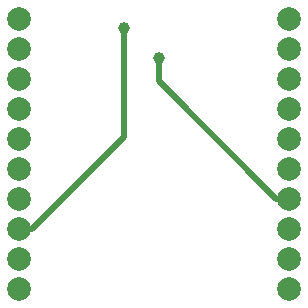
<source format=gbl>
%TF.GenerationSoftware,KiCad,Pcbnew,(5.1.10)-1*%
%TF.CreationDate,2021-06-28T22:20:39+08:00*%
%TF.ProjectId,TTGO-T7-V1.5_BNO085_expansion-board,5454474f-2d54-4372-9d56-312e355f424e,rev?*%
%TF.SameCoordinates,Original*%
%TF.FileFunction,Copper,L2,Bot*%
%TF.FilePolarity,Positive*%
%FSLAX46Y46*%
G04 Gerber Fmt 4.6, Leading zero omitted, Abs format (unit mm)*
G04 Created by KiCad (PCBNEW (5.1.10)-1) date 2021-06-28 22:20:39*
%MOMM*%
%LPD*%
G01*
G04 APERTURE LIST*
%TA.AperFunction,ComponentPad*%
%ADD10C,2.000000*%
%TD*%
%TA.AperFunction,ViaPad*%
%ADD11C,1.000000*%
%TD*%
%TA.AperFunction,Conductor*%
%ADD12C,0.500000*%
%TD*%
G04 APERTURE END LIST*
D10*
%TO.P,T1,20*%
%TO.N,Net-(T1-Pad20)*%
X24130000Y1270000D03*
%TO.P,T1,19*%
%TO.N,Net-(T1-Pad19)*%
X24130000Y3810000D03*
%TO.P,T1,18*%
%TO.N,Net-(T1-Pad18)*%
X24130000Y6350000D03*
%TO.P,T1,17*%
%TO.N,GND*%
X24130000Y8890000D03*
%TO.P,T1,16*%
%TO.N,RST*%
X24130000Y11430000D03*
%TO.P,T1,15*%
%TO.N,Net-(T1-Pad15)*%
X24130000Y13970000D03*
%TO.P,T1,14*%
%TO.N,SDA*%
X24130000Y16510000D03*
%TO.P,T1,13*%
%TO.N,SCL*%
X24130000Y19050000D03*
%TO.P,T1,12*%
%TO.N,Net-(T1-Pad12)*%
X24130000Y21590000D03*
%TO.P,T1,11*%
%TO.N,Net-(T1-Pad11)*%
X24130000Y24130000D03*
%TO.P,T1,10*%
%TO.N,Net-(T1-Pad10)*%
X1270000Y24130000D03*
%TO.P,T1,9*%
%TO.N,Net-(T1-Pad9)*%
X1270000Y21590000D03*
%TO.P,T1,8*%
%TO.N,Net-(T1-Pad8)*%
X1270000Y19050000D03*
%TO.P,T1,7*%
%TO.N,Net-(T1-Pad7)*%
X1270000Y16510000D03*
%TO.P,T1,6*%
%TO.N,Net-(T1-Pad6)*%
X1270000Y13970000D03*
%TO.P,T1,5*%
%TO.N,Net-(T1-Pad5)*%
X1270000Y11430000D03*
%TO.P,T1,4*%
%TO.N,Net-(T1-Pad4)*%
X1270000Y8890000D03*
%TO.P,T1,3*%
%TO.N,3V3*%
X1270000Y6350000D03*
%TO.P,T1,2*%
%TO.N,Net-(T1-Pad2)*%
X1270000Y3810000D03*
%TO.P,T1,1*%
%TO.N,Net-(T1-Pad1)*%
X1270000Y1270000D03*
%TD*%
D11*
%TO.N,GND*%
X13081000Y20828000D03*
%TO.N,3V3*%
X10160000Y23368000D03*
%TD*%
D12*
%TO.N,GND*%
X23052370Y8890000D02*
X24130000Y8890000D01*
X13081000Y18861370D02*
X23052370Y8890000D01*
X13081000Y20828000D02*
X13081000Y18861370D01*
%TO.N,3V3*%
X10160000Y14162370D02*
X10160000Y23368000D01*
X2347630Y6350000D02*
X10160000Y14162370D01*
X1270000Y6350000D02*
X2347630Y6350000D01*
%TD*%
M02*

</source>
